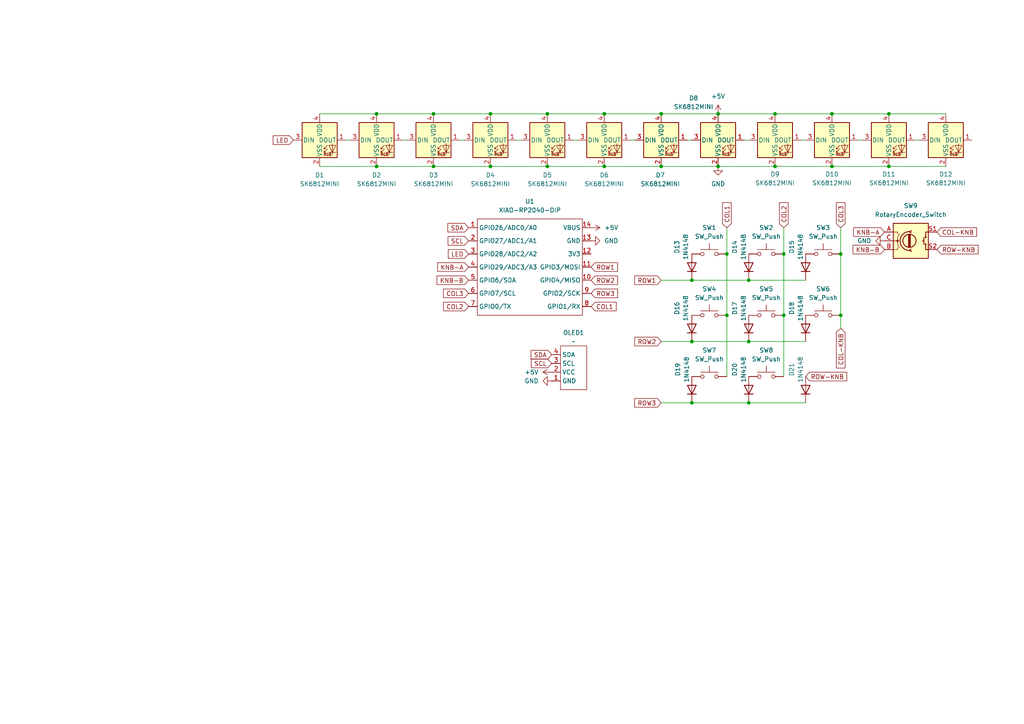
<source format=kicad_sch>
(kicad_sch (version 20250114) (generator "eeschema") (generator_version "9.0")
  (paper "A4")
  (lib_symbols
    (symbol "Device:RotaryEncoder_Switch" (pin_names (offset 0.254) (hide yes))
      (property "Reference" "SW" (at 0 6.604 0))
      (property "Value" "RotaryEncoder_Switch" (at 0 -6.604 0))
      (symbol "RotaryEncoder_Switch_0_1"
        (rectangle (start -5.08 5.08) (end 5.08 -5.08) (stroke (width 0.254)) (fill (type background)))
        (polyline (pts (xy -5.08 2.54) (xy -3.81 2.54) (xy -3.81 2.032)))
        (polyline (pts (xy -5.08 0) (xy -3.81 0) (xy -3.81 -1.016) (xy -3.302 -2.032)))
        (polyline (pts (xy -5.08 -2.54) (xy -3.81 -2.54) (xy -3.81 -2.032)))
        (polyline (pts (xy -4.318 0) (xy -3.81 0) (xy -3.81 1.016) (xy -3.302 2.032)))
        (circle (center -3.81 0) (radius 0.254) (fill (type outline)))
        (polyline (pts (xy -0.635 -1.778) (xy -0.635 1.778)) (stroke (width 0.254)))
        (circle (center -0.381 0) (radius 1.905) (stroke (width 0.254)))
        (polyline (pts (xy -0.381 -1.778) (xy -0.381 1.778)) (stroke (width 0.254)))
        (arc (start -0.381 -2.794) (mid -3.0988 -0.0635) (end -0.381 2.667) (stroke (width 0.254)))
        (polyline (pts (xy -0.127 1.778) (xy -0.127 -1.778)) (stroke (width 0.254)))
        (polyline (pts (xy 0.254 2.921) (xy -0.508 2.667) (xy 0.127 2.286)) (stroke (width 0.254)))
        (polyline (pts (xy 0.254 -3.048) (xy -0.508 -2.794) (xy 0.127 -2.413)) (stroke (width 0.254)))
        (polyline (pts (xy 3.81 1.016) (xy 3.81 -1.016)) (stroke (width 0.254)))
        (polyline (pts (xy 3.81 0) (xy 3.429 0)) (stroke (width 0.254)))
        (circle (center 4.318 1.016) (radius 0.127) (stroke (width 0.254)))
        (circle (center 4.318 -1.016) (radius 0.127) (stroke (width 0.254)))
        (polyline (pts (xy 5.08 2.54) (xy 4.318 2.54) (xy 4.318 1.016)) (stroke (width 0.254)))
        (polyline (pts (xy 5.08 -2.54) (xy 4.318 -2.54) (xy 4.318 -1.016)) (stroke (width 0.254)))
      )
      (symbol "RotaryEncoder_Switch_1_1"
        (pin passive line (at -7.62 2.54 0) (length 2.54) (name "A") (number "A"))
        (pin passive line (at -7.62 0 0) (length 2.54) (name "C") (number "C"))
        (pin passive line (at -7.62 -2.54 0) (length 2.54) (name "B") (number "B"))
        (pin passive line (at 7.62 2.54 180) (length 2.54) (name "S1") (number "S1"))
        (pin passive line (at 7.62 -2.54 180) (length 2.54) (name "S2") (number "S2"))
      )
    )
    (symbol "Diode:1N4148" (pin_numbers (hide yes)) (pin_names (hide yes))
      (property "Reference" "D" (at 0 2.54 0))
      (property "Value" "1N4148" (at 0 -2.54 0))
      (symbol "1N4148_0_1"
        (polyline (pts (xy -1.27 1.27) (xy -1.27 -1.27)) (stroke (width 0.254)))
        (polyline (pts (xy 1.27 1.27) (xy 1.27 -1.27) (xy -1.27 0) (xy 1.27 1.27)) (stroke (width 0.254)))
        (polyline (pts (xy 1.27 0) (xy -1.27 0)))
      )
      (symbol "1N4148_1_1"
        (pin passive line (at -3.81 0 0) (length 2.54) (name "K") (number "1"))
        (pin passive line (at 3.81 0 180) (length 2.54) (name "A") (number "2"))
      )
    )
    (symbol "LED:SK6812MINI" (pin_names (offset 0.254))
      (property "Reference" "D" (at 5.08 5.715 0))
      (property "Value" "SK6812MINI" (at 1.27 -5.715 0))
      (symbol "SK6812MINI_0_0"
        (text "RGB" (at 2.286 -4.191 0) (effects (font (size 0.762 0.762))))
      )
      (symbol "SK6812MINI_0_1"
        (polyline (pts (xy 1.27 -2.54) (xy 1.778 -2.54)))
        (polyline (pts (xy 1.27 -3.556) (xy 1.778 -3.556)))
        (polyline (pts (xy 2.286 -1.524) (xy 1.27 -2.54) (xy 1.27 -2.032)))
        (polyline (pts (xy 2.286 -2.54) (xy 1.27 -3.556) (xy 1.27 -3.048)))
        (polyline (pts (xy 3.683 -1.016) (xy 3.683 -3.556) (xy 3.683 -4.064)))
        (polyline (pts (xy 4.699 -1.524) (xy 2.667 -1.524) (xy 3.683 -3.556) (xy 4.699 -1.524)))
        (polyline (pts (xy 4.699 -3.556) (xy 2.667 -3.556)))
        (rectangle (start 5.08 5.08) (end -5.08 -5.08) (stroke (width 0.254)) (fill (type background)))
      )
      (symbol "SK6812MINI_1_1"
        (pin input line (at -7.62 0 0) (length 2.54) (name "DIN") (number "3"))
        (pin power_in line (at 0 7.62 270) (length 2.54) (name "VDD") (number "4"))
        (pin power_in line (at 0 -7.62 90) (length 2.54) (name "VSS") (number "2"))
        (pin output line (at 7.62 0 180) (length 2.54) (name "DOUT") (number "1"))
      )
    )
    (symbol "ProLib_pcs_2025-06-21:HS91L02W2C01"
      (property "Reference" "OLED" (at 0 0 0))
      (symbol "HS91L02W2C01_1_0"
        (rectangle (start -5.08 -6.35) (end 2.54 6.35))
        (pin input line (at 5.08 3.81 180) (length 2.54) (name "SDA") (number "4"))
        (pin input line (at 5.08 1.27 180) (length 2.54) (name "SCL") (number "3"))
        (pin input line (at 5.08 -1.27 180) (length 2.54) (name "VCC") (number "2"))
        (pin input line (at 5.08 -3.81 180) (length 2.54) (name "GND") (number "1"))
      )
    )
    (symbol "Seeed_Studio_XIAO_Series:XIAO-RP2040-DIP"
      (property "Reference" "U" (at 0 0 0))
      (property "Value" "XIAO-RP2040-DIP" (at 5.334 -1.778 0))
      (symbol "XIAO-RP2040-DIP_1_0"
        (polyline (pts (xy -1.27 -2.54) (xy 29.21 -2.54)) (stroke (width 0.1524)))
        (polyline (pts (xy -1.27 -5.08) (xy -2.54 -5.08)) (stroke (width 0.1524)))
        (polyline (pts (xy -1.27 -5.08) (xy -1.27 -2.54)) (stroke (width 0.1524)))
        (polyline (pts (xy -1.27 -8.89) (xy -2.54 -8.89)) (stroke (width 0.1524)))
        (polyline (pts (xy -1.27 -8.89) (xy -1.27 -5.08)) (stroke (width 0.1524)))
        (polyline (pts (xy -1.27 -12.7) (xy -2.54 -12.7)) (stroke (width 0.1524)))
        (polyline (pts (xy -1.27 -12.7) (xy -1.27 -8.89)) (stroke (width 0.1524)))
        (polyline (pts (xy -1.27 -16.51) (xy -2.54 -16.51)) (stroke (width 0.1524)))
        (polyline (pts (xy -1.27 -16.51) (xy -1.27 -12.7)) (stroke (width 0.1524)))
        (polyline (pts (xy -1.27 -20.32) (xy -2.54 -20.32)) (stroke (width 0.1524)))
        (polyline (pts (xy -1.27 -24.13) (xy -2.54 -24.13)) (stroke (width 0.1524)))
        (polyline (pts (xy -1.27 -27.94) (xy -2.54 -27.94)) (stroke (width 0.1524)))
        (polyline (pts (xy -1.27 -30.48) (xy -1.27 -16.51)) (stroke (width 0.1524)))
        (polyline (pts (xy 29.21 -2.54) (xy 29.21 -5.08)) (stroke (width 0.1524)))
        (polyline (pts (xy 29.21 -5.08) (xy 29.21 -8.89)) (stroke (width 0.1524)))
        (polyline (pts (xy 29.21 -8.89) (xy 29.21 -12.7)) (stroke (width 0.1524)))
        (polyline (pts (xy 29.21 -12.7) (xy 29.21 -30.48)) (stroke (width 0.1524)))
        (polyline (pts (xy 29.21 -30.48) (xy -1.27 -30.48)) (stroke (width 0.1524)))
        (polyline (pts (xy 30.48 -5.08) (xy 29.21 -5.08)) (stroke (width 0.1524)))
        (polyline (pts (xy 30.48 -8.89) (xy 29.21 -8.89)) (stroke (width 0.1524)))
        (polyline (pts (xy 30.48 -12.7) (xy 29.21 -12.7)) (stroke (width 0.1524)))
        (polyline (pts (xy 30.48 -16.51) (xy 29.21 -16.51)) (stroke (width 0.1524)))
        (polyline (pts (xy 30.48 -20.32) (xy 29.21 -20.32)) (stroke (width 0.1524)))
        (polyline (pts (xy 30.48 -24.13) (xy 29.21 -24.13)) (stroke (width 0.1524)))
        (polyline (pts (xy 30.48 -27.94) (xy 29.21 -27.94)) (stroke (width 0.1524)))
        (pin passive line (at -3.81 -5.08 0) (length 2.54) (name "GPIO26/ADC0/A0") (number "1"))
        (pin passive line (at -3.81 -8.89 0) (length 2.54) (name "GPIO27/ADC1/A1") (number "2"))
        (pin passive line (at -3.81 -12.7 0) (length 2.54) (name "GPIO28/ADC2/A2") (number "3"))
        (pin passive line (at -3.81 -16.51 0) (length 2.54) (name "GPIO29/ADC3/A3") (number "4"))
        (pin passive line (at -3.81 -20.32 0) (length 2.54) (name "GPIO6/SDA") (number "5"))
        (pin passive line (at -3.81 -24.13 0) (length 2.54) (name "GPIO7/SCL") (number "6"))
        (pin passive line (at -3.81 -27.94 0) (length 2.54) (name "GPIO0/TX") (number "7"))
        (pin passive line (at 31.75 -5.08 180) (length 2.54) (name "VBUS") (number "14"))
        (pin passive line (at 31.75 -8.89 180) (length 2.54) (name "GND") (number "13"))
        (pin passive line (at 31.75 -12.7 180) (length 2.54) (name "3V3") (number "12"))
        (pin passive line (at 31.75 -16.51 180) (length 2.54) (name "GPIO3/MOSI") (number "11"))
        (pin passive line (at 31.75 -20.32 180) (length 2.54) (name "GPIO4/MISO") (number "10"))
        (pin passive line (at 31.75 -24.13 180) (length 2.54) (name "GPIO2/SCK") (number "9"))
        (pin passive line (at 31.75 -27.94 180) (length 2.54) (name "GPIO1/RX") (number "8"))
      )
    )
    (symbol "Switch:SW_Push" (pin_numbers (hide yes)) (pin_names (offset 1.016) (hide yes))
      (property "Reference" "SW" (at 1.27 2.54 0))
      (property "Value" "SW_Push" (at 0 -1.524 0))
      (symbol "SW_Push_0_1"
        (circle (center -2.032 0) (radius 0.508))
        (polyline (pts (xy 0 1.27) (xy 0 3.048)))
        (circle (center 2.032 0) (radius 0.508))
        (polyline (pts (xy 2.54 1.27) (xy -2.54 1.27)))
        (pin passive line (at -5.08 0 0) (length 2.54) (name "1") (number "1"))
        (pin passive line (at 5.08 0 180) (length 2.54) (name "2") (number "2"))
      )
    )
    (symbol "power:+5V" (power) (pin_numbers (hide yes)) (pin_names (offset 0) (hide yes))
      (property "Value" "+5V" (at 0 3.556 0))
      (symbol "+5V_0_1"
        (polyline (pts (xy -0.762 1.27) (xy 0 2.54)))
        (polyline (pts (xy 0 2.54) (xy 0.762 1.27)))
        (polyline (pts (xy 0 0) (xy 0 2.54)))
      )
      (symbol "+5V_1_1"
        (pin power_in line (at 0 0 90) (length 0) (name "~") (number "1"))
      )
    )
    (symbol "power:GND" (power) (pin_numbers (hide yes)) (pin_names (offset 0) (hide yes))
      (property "Value" "GND" (at 0 -3.81 0))
      (symbol "GND_0_1"
        (polyline (pts (xy 0 0) (xy 0 -1.27) (xy 1.27 -1.27) (xy 0 -2.54) (xy -1.27 -1.27) (xy 0 -1.27)))
      )
      (symbol "GND_1_1"
        (pin power_in line (at 0 0 270) (length 0) (name "~") (number "1"))
      )
    )
  )
  (junction (at 224.79 48.26))
  (junction (at 227.33 91.44))
  (junction (at 217.17 116.84))
  (junction (at 125.73 48.26))
  (junction (at 208.28 33.02))
  (junction (at 224.79 33.02))
  (junction (at 210.82 91.44))
  (junction (at 227.33 73.66))
  (junction (at 125.73 33.02))
  (junction (at 175.26 48.26))
  (junction (at 217.17 81.28))
  (junction (at 243.84 91.44))
  (junction (at 158.75 48.26))
  (junction (at 257.81 33.02))
  (junction (at 109.22 33.02))
  (junction (at 243.84 73.66))
  (junction (at 200.66 81.28))
  (junction (at 241.3 33.02))
  (junction (at 175.26 33.02))
  (junction (at 210.82 73.66))
  (junction (at 191.77 48.26))
  (junction (at 109.22 48.26))
  (junction (at 200.66 116.84))
  (junction (at 208.28 48.26))
  (junction (at 158.75 33.02))
  (junction (at 241.3 48.26))
  (junction (at 200.66 99.06))
  (junction (at 257.81 48.26))
  (junction (at 142.24 48.26))
  (junction (at 142.24 33.02))
  (junction (at 191.77 33.02))
  (junction (at 217.17 99.06))
  (wire (pts (xy 109.22 33.02) (xy 125.73 33.02)))
  (wire (pts (xy 158.75 48.26) (xy 175.26 48.26)))
  (wire (pts (xy 210.82 73.66) (xy 210.82 91.44)))
  (wire (pts (xy 224.79 48.26) (xy 241.3 48.26)))
  (wire (pts (xy 257.81 33.02) (xy 274.32 33.02)))
  (wire (pts (xy 142.24 33.02) (xy 158.75 33.02)))
  (wire (pts (xy 200.66 116.84) (xy 217.17 116.84)))
  (wire (pts (xy 142.24 48.26) (xy 158.75 48.26)))
  (wire (pts (xy 232.41 40.64) (xy 233.68 40.64)))
  (wire (pts (xy 133.35 40.64) (xy 134.62 40.64)))
  (wire (pts (xy 241.3 48.26) (xy 257.81 48.26)))
  (wire (pts (xy 217.17 81.28) (xy 233.68 81.28)))
  (wire (pts (xy 191.77 81.28) (xy 200.66 81.28)))
  (wire (pts (xy 248.92 40.64) (xy 250.19 40.64)))
  (wire (pts (xy 125.73 48.26) (xy 142.24 48.26)))
  (wire (pts (xy 208.28 33.02) (xy 224.79 33.02)))
  (wire (pts (xy 215.9 40.64) (xy 217.17 40.64)))
  (wire (pts (xy 208.28 48.26) (xy 224.79 48.26)))
  (wire (pts (xy 191.77 33.02) (xy 208.28 33.02)))
  (wire (pts (xy 217.17 99.06) (xy 233.68 99.06)))
  (wire (pts (xy 199.39 40.64) (xy 200.66 40.64)))
  (wire (pts (xy 92.71 48.26) (xy 109.22 48.26)))
  (wire (pts (xy 243.84 91.44) (xy 243.84 95.25)))
  (wire (pts (xy 166.37 40.64) (xy 167.64 40.64)))
  (wire (pts (xy 224.79 33.02) (xy 241.3 33.02)))
  (wire (pts (xy 158.75 33.02) (xy 175.26 33.02)))
  (wire (pts (xy 243.84 66.04) (xy 243.84 73.66)))
  (wire (pts (xy 210.82 66.04) (xy 210.82 73.66)))
  (wire (pts (xy 227.33 66.04) (xy 227.33 73.66)))
  (wire (pts (xy 109.22 48.26) (xy 125.73 48.26)))
  (wire (pts (xy 200.66 81.28) (xy 217.17 81.28)))
  (wire (pts (xy 191.77 48.26) (xy 208.28 48.26)))
  (wire (pts (xy 100.33 40.64) (xy 101.6 40.64)))
  (wire (pts (xy 149.86 40.64) (xy 151.13 40.64)))
  (wire (pts (xy 241.3 33.02) (xy 257.81 33.02)))
  (wire (pts (xy 227.33 91.44) (xy 227.33 109.22)))
  (wire (pts (xy 92.71 33.02) (xy 109.22 33.02)))
  (wire (pts (xy 217.17 116.84) (xy 233.68 116.84)))
  (wire (pts (xy 257.81 48.26) (xy 274.32 48.26)))
  (wire (pts (xy 200.66 99.06) (xy 217.17 99.06)))
  (wire (pts (xy 182.88 40.64) (xy 184.15 40.64)))
  (wire (pts (xy 227.33 73.66) (xy 227.33 91.44)))
  (wire (pts (xy 116.84 40.64) (xy 118.11 40.64)))
  (wire (pts (xy 125.73 33.02) (xy 142.24 33.02)))
  (wire (pts (xy 175.26 48.26) (xy 191.77 48.26)))
  (wire (pts (xy 243.84 73.66) (xy 243.84 91.44)))
  (wire (pts (xy 191.77 116.84) (xy 200.66 116.84)))
  (wire (pts (xy 265.43 40.64) (xy 266.7 40.64)))
  (wire (pts (xy 175.26 33.02) (xy 191.77 33.02)))
  (wire (pts (xy 191.77 99.06) (xy 200.66 99.06)))
  (wire (pts (xy 210.82 91.44) (xy 210.82 109.22)))
  (global_label "ROW2" (shape input) (at 171.45 81.28 0) (property "Intersheetrefs" "${INTERSHEET_REFS}" (effects (hide yes))))
  (global_label "ROW-KNB" (shape input) (at 271.78 72.39 0) (property "Intersheetrefs" "${INTERSHEET_REFS}" (effects (hide yes))))
  (global_label "SDA" (shape input) (at 135.89 66.04 180) (property "Intersheetrefs" "${INTERSHEET_REFS}" (effects (hide yes))))
  (global_label "COL2" (shape input) (at 227.33 66.04 90) (property "Intersheetrefs" "${INTERSHEET_REFS}" (effects (hide yes))))
  (global_label "COL-KNB" (shape input) (at 271.78 67.31 0) (property "Intersheetrefs" "${INTERSHEET_REFS}" (effects (hide yes))))
  (global_label "LED" (shape input) (at 85.09 40.64 180) (property "Intersheetrefs" "${INTERSHEET_REFS}" (effects (hide yes))))
  (global_label "COL3" (shape input) (at 135.89 85.09 180) (property "Intersheetrefs" "${INTERSHEET_REFS}" (effects (hide yes))))
  (global_label "ROW-KNB" (shape input) (at 233.68 109.22 0) (property "Intersheetrefs" "${INTERSHEET_REFS}" (effects (hide yes))))
  (global_label "COL-KNB" (shape input) (at 243.84 95.25 270) (property "Intersheetrefs" "${INTERSHEET_REFS}" (effects (hide yes))))
  (global_label "LED" (shape input) (at 135.89 73.66 180) (property "Intersheetrefs" "${INTERSHEET_REFS}" (effects (hide yes))))
  (global_label "COL1" (shape input) (at 210.82 66.04 90) (property "Intersheetrefs" "${INTERSHEET_REFS}" (effects (hide yes))))
  (global_label "ROW3" (shape input) (at 171.45 85.09 0) (property "Intersheetrefs" "${INTERSHEET_REFS}" (effects (hide yes))))
  (global_label "ROW1" (shape input) (at 191.77 81.28 180) (property "Intersheetrefs" "${INTERSHEET_REFS}" (effects (hide yes))))
  (global_label "ROW3" (shape input) (at 191.77 116.84 180) (property "Intersheetrefs" "${INTERSHEET_REFS}" (effects (hide yes))))
  (global_label "KNB-B" (shape input) (at 256.54 72.39 180) (property "Intersheetrefs" "${INTERSHEET_REFS}" (effects (hide yes))))
  (global_label "SDA" (shape input) (at 160.02 102.87 180) (property "Intersheetrefs" "${INTERSHEET_REFS}" (effects (hide yes))))
  (global_label "SCL" (shape input) (at 135.89 69.85 180) (property "Intersheetrefs" "${INTERSHEET_REFS}" (effects (hide yes))))
  (global_label "ROW1" (shape input) (at 171.45 77.47 0) (property "Intersheetrefs" "${INTERSHEET_REFS}" (effects (hide yes))))
  (global_label "COL3" (shape input) (at 243.84 66.04 90) (property "Intersheetrefs" "${INTERSHEET_REFS}" (effects (hide yes))))
  (global_label "ROW2" (shape input) (at 191.77 99.06 180) (property "Intersheetrefs" "${INTERSHEET_REFS}" (effects (hide yes))))
  (global_label "KNB-A" (shape input) (at 256.54 67.31 180) (property "Intersheetrefs" "${INTERSHEET_REFS}" (effects (hide yes))))
  (global_label "SCL" (shape input) (at 160.02 105.41 180) (property "Intersheetrefs" "${INTERSHEET_REFS}" (effects (hide yes))))
  (global_label "COL1" (shape input) (at 171.45 88.9 0) (property "Intersheetrefs" "${INTERSHEET_REFS}" (effects (hide yes))))
  (global_label "COL2" (shape input) (at 135.89 88.9 180) (property "Intersheetrefs" "${INTERSHEET_REFS}" (effects (hide yes))))
  (global_label "KNB-A" (shape input) (at 135.89 77.47 180) (property "Intersheetrefs" "${INTERSHEET_REFS}" (effects (hide yes))))
  (global_label "KNB-B" (shape input) (at 135.89 81.28 180) (property "Intersheetrefs" "${INTERSHEET_REFS}" (effects (hide yes))))
  (symbol (lib_id "LED:SK6812MINI") (at 224.79 40.64 0) (unit 1)
    (property "Reference" "D9" (at 224.79 50.546 0))
    (property "Value" "SK6812MINI" (at 224.79 53.086 0))
    (property "Footprint" "LED_SMD:LED_SK6812MINI_PLCC4_3.5x3.5mm_P1.75mm" (effects (hide yes)))
    (property "Datasheet" "https://cdn-shop.adafruit.com/product-files/2686/SK6812MINI_REV.01-1-2.pdf" (effects (hide yes)))
    (property "Description" "RGB LED with integrated controller" (effects (hide yes)))
  )
  (symbol (lib_id "power:GND") (at 171.45 69.85 90) (unit 1)
    (property "Reference" "#PWR01" (effects (hide yes)))
    (property "Value" "GND" (at 175.26 69.8499 90) (effects (justify right)))
    (property "Description" "Power symbol creates a global label with name \"GND\" , ground" (effects (hide yes)))
  )
  (symbol (lib_id "LED:SK6812MINI") (at 92.71 40.64 0) (unit 1)
    (property "Reference" "D1" (at 92.71 50.8 0))
    (property "Value" "SK6812MINI" (at 92.71 53.34 0))
    (property "Footprint" "LED_SMD:LED_SK6812MINI_PLCC4_3.5x3.5mm_P1.75mm" (effects (hide yes)))
    (property "Datasheet" "https://cdn-shop.adafruit.com/product-files/2686/SK6812MINI_REV.01-1-2.pdf" (effects (hide yes)))
    (property "Description" "RGB LED with integrated controller" (effects (hide yes)))
  )
  (symbol (lib_id "Diode:1N4148") (at 233.68 77.47 90) (unit 1)
    (property "Reference" "D15" (at 229.616 71.628 0))
    (property "Value" "1N4148" (at 232.156 71.628 0))
    (property "Footprint" "Diode_THT:D_DO-35_SOD27_P7.62mm_Horizontal" (effects (hide yes)))
    (property "Datasheet" "https://assets.nexperia.com/documents/data-sheet/1N4148_1N4448.pdf" (effects (hide yes)))
    (property "Description" "100V 0.15A standard switching diode, DO-35" (effects (hide yes)))
    (property "Sim.Device" "D" (effects (hide yes)))
    (property "Sim.Pins" "1=K 2=A" (effects (hide yes)))
  )
  (symbol (lib_id "Switch:SW_Push") (at 222.25 73.66 0) (unit 1)
    (property "Reference" "SW2" (at 222.25 66.04 0))
    (property "Value" "SW_Push" (at 222.25 68.58 0))
    (property "Footprint" "Button_Switch_Keyboard:SW_Cherry_MX_1.00u_PCB" (effects (hide yes)))
    (property "Description" "Push button switch, generic, two pins" (effects (hide yes)))
  )
  (symbol (lib_id "ProLib_pcs_2025-06-21:HS91L02W2C01") (at 165.1 106.68 0) (mirror y) (unit 1)
    (property "Reference" "OLED1" (at 166.37 96.52 0))
    (property "Value" "~" (at 166.37 99.06 0))
    (property "Footprint" "Connector_PinHeader_2.54mm:PinHeader_1x04_P2.54mm_Vertical" (effects (hide yes)))
    (property "Datasheet" "https://atta.szlcsc.com/upload/public/pdf/source/20230727/C3E43C8E3DDA847F5681FEE7D95C153D.pdf" (effects (hide yes)))
    (property "Description" "Main Control Chip:SSD1306 Interface Type:I2C Size:0.91 Pixel Resolution:128x32 Operating Temperature:-40°C~+70°C Operating Temperature:-40°C~+70°C" (effects (hide yes)))
    (property "Manufacturer Part" "HS91L02W2C01" (effects (hide yes)))
    (property "Manufacturer" "HS(汉昇)" (effects (hide yes)))
    (property "Supplier Part" "C5248081" (effects (hide yes)))
    (property "Supplier" "LCSC" (effects (hide yes)))
    (property "LCSC Part Name" "0.91寸OLED显示屏白光IIC" (effects (hide yes)))
  )
  (symbol (lib_id "LED:SK6812MINI") (at 158.75 40.64 0) (unit 1)
    (property "Reference" "D5" (at 158.75 50.8 0))
    (property "Value" "SK6812MINI" (at 158.75 53.34 0))
    (property "Footprint" "LED_SMD:LED_SK6812MINI_PLCC4_3.5x3.5mm_P1.75mm" (effects (hide yes)))
    (property "Datasheet" "https://cdn-shop.adafruit.com/product-files/2686/SK6812MINI_REV.01-1-2.pdf" (effects (hide yes)))
    (property "Description" "RGB LED with integrated controller" (effects (hide yes)))
  )
  (symbol (lib_id "LED:SK6812MINI") (at 208.28 40.64 0) (unit 1)
    (property "Reference" "D8" (at 201.168 28.448 0))
    (property "Value" "SK6812MINI" (at 201.168 30.988 0))
    (property "Footprint" "LED_SMD:LED_SK6812MINI_PLCC4_3.5x3.5mm_P1.75mm" (effects (hide yes)))
    (property "Datasheet" "https://cdn-shop.adafruit.com/product-files/2686/SK6812MINI_REV.01-1-2.pdf" (effects (hide yes)))
    (property "Description" "RGB LED with integrated controller" (effects (hide yes)))
  )
  (symbol (lib_id "Switch:SW_Push") (at 238.76 73.66 0) (unit 1)
    (property "Reference" "SW3" (at 238.76 66.04 0))
    (property "Value" "SW_Push" (at 238.76 68.58 0))
    (property "Footprint" "Button_Switch_Keyboard:SW_Cherry_MX_1.00u_PCB" (effects (hide yes)))
    (property "Description" "Push button switch, generic, two pins" (effects (hide yes)))
  )
  (symbol (lib_id "Diode:1N4148") (at 200.66 77.47 90) (unit 1)
    (property "Reference" "D13" (at 196.342 71.628 0))
    (property "Value" "1N4148" (at 198.882 71.628 0))
    (property "Footprint" "Diode_THT:D_DO-35_SOD27_P7.62mm_Horizontal" (effects (hide yes)))
    (property "Datasheet" "https://assets.nexperia.com/documents/data-sheet/1N4148_1N4448.pdf" (effects (hide yes)))
    (property "Description" "100V 0.15A standard switching diode, DO-35" (effects (hide yes)))
    (property "Sim.Device" "D" (effects (hide yes)))
    (property "Sim.Pins" "1=K 2=A" (effects (hide yes)))
  )
  (symbol (lib_id "Diode:1N4148") (at 217.17 95.25 90) (unit 1)
    (property "Reference" "D17" (at 213.106 89.408 0))
    (property "Value" "1N4148" (at 215.646 89.408 0))
    (property "Footprint" "Diode_THT:D_DO-35_SOD27_P7.62mm_Horizontal" (effects (hide yes)))
    (property "Datasheet" "https://assets.nexperia.com/documents/data-sheet/1N4148_1N4448.pdf" (effects (hide yes)))
    (property "Description" "100V 0.15A standard switching diode, DO-35" (effects (hide yes)))
    (property "Sim.Device" "D" (effects (hide yes)))
    (property "Sim.Pins" "1=K 2=A" (effects (hide yes)))
  )
  (symbol (lib_id "Diode:1N4148") (at 200.66 95.25 90) (unit 1)
    (property "Reference" "D16" (at 196.342 89.408 0))
    (property "Value" "1N4148" (at 198.882 89.408 0))
    (property "Footprint" "Diode_THT:D_DO-35_SOD27_P7.62mm_Horizontal" (effects (hide yes)))
    (property "Datasheet" "https://assets.nexperia.com/documents/data-sheet/1N4148_1N4448.pdf" (effects (hide yes)))
    (property "Description" "100V 0.15A standard switching diode, DO-35" (effects (hide yes)))
    (property "Sim.Device" "D" (effects (hide yes)))
    (property "Sim.Pins" "1=K 2=A" (effects (hide yes)))
  )
  (symbol (lib_id "LED:SK6812MINI") (at 175.26 40.64 0) (unit 1)
    (property "Reference" "D6" (at 175.26 50.8 0))
    (property "Value" "SK6812MINI" (at 175.26 53.34 0))
    (property "Footprint" "LED_SMD:LED_SK6812MINI_PLCC4_3.5x3.5mm_P1.75mm" (effects (hide yes)))
    (property "Datasheet" "https://cdn-shop.adafruit.com/product-files/2686/SK6812MINI_REV.01-1-2.pdf" (effects (hide yes)))
    (property "Description" "RGB LED with integrated controller" (effects (hide yes)))
  )
  (symbol (lib_id "Diode:1N4148") (at 200.66 113.03 90) (unit 1)
    (property "Reference" "D19" (at 196.596 107.188 0))
    (property "Value" "1N4148" (at 199.136 107.188 0))
    (property "Footprint" "Diode_THT:D_DO-35_SOD27_P7.62mm_Horizontal" (effects (hide yes)))
    (property "Datasheet" "https://assets.nexperia.com/documents/data-sheet/1N4148_1N4448.pdf" (effects (hide yes)))
    (property "Description" "100V 0.15A standard switching diode, DO-35" (effects (hide yes)))
    (property "Sim.Device" "D" (effects (hide yes)))
    (property "Sim.Pins" "1=K 2=A" (effects (hide yes)))
  )
  (symbol (lib_id "Switch:SW_Push") (at 205.74 73.66 0) (unit 1)
    (property "Reference" "SW1" (at 205.74 66.04 0))
    (property "Value" "SW_Push" (at 205.74 68.58 0))
    (property "Footprint" "Button_Switch_Keyboard:SW_Cherry_MX_1.00u_PCB" (effects (hide yes)))
    (property "Description" "Push button switch, generic, two pins" (effects (hide yes)))
  )
  (symbol (lib_id "Switch:SW_Push") (at 222.25 109.22 0) (unit 1)
    (property "Reference" "SW8" (at 222.25 101.6 0))
    (property "Value" "SW_Push" (at 222.25 104.14 0))
    (property "Footprint" "Button_Switch_Keyboard:SW_Cherry_MX_1.00u_PCB" (effects (hide yes)))
    (property "Description" "Push button switch, generic, two pins" (effects (hide yes)))
  )
  (symbol (lib_id "LED:SK6812MINI") (at 109.22 40.64 0) (unit 1)
    (property "Reference" "D2" (at 109.22 50.8 0))
    (property "Value" "SK6812MINI" (at 109.22 53.34 0))
    (property "Footprint" "LED_SMD:LED_SK6812MINI_PLCC4_3.5x3.5mm_P1.75mm" (effects (hide yes)))
    (property "Datasheet" "https://cdn-shop.adafruit.com/product-files/2686/SK6812MINI_REV.01-1-2.pdf" (effects (hide yes)))
    (property "Description" "RGB LED with integrated controller" (effects (hide yes)))
  )
  (symbol (lib_id "Switch:SW_Push") (at 222.25 91.44 0) (unit 1)
    (property "Reference" "SW5" (at 222.25 83.82 0))
    (property "Value" "SW_Push" (at 222.25 86.36 0))
    (property "Footprint" "Button_Switch_Keyboard:SW_Cherry_MX_1.00u_PCB" (effects (hide yes)))
    (property "Description" "Push button switch, generic, two pins" (effects (hide yes)))
  )
  (symbol (lib_id "LED:SK6812MINI") (at 274.32 40.64 0) (unit 1)
    (property "Reference" "D12" (at 274.32 50.546 0))
    (property "Value" "SK6812MINI" (at 274.32 53.086 0))
    (property "Footprint" "LED_SMD:LED_SK6812MINI_PLCC4_3.5x3.5mm_P1.75mm" (effects (hide yes)))
    (property "Datasheet" "https://cdn-shop.adafruit.com/product-files/2686/SK6812MINI_REV.01-1-2.pdf" (effects (hide yes)))
    (property "Description" "RGB LED with integrated controller" (effects (hide yes)))
  )
  (symbol (lib_id "Diode:1N4148") (at 233.68 95.25 90) (unit 1)
    (property "Reference" "D18" (at 229.616 89.408 0))
    (property "Value" "1N4148" (at 232.156 89.408 0))
    (property "Footprint" "Diode_THT:D_DO-35_SOD27_P7.62mm_Horizontal" (effects (hide yes)))
    (property "Datasheet" "https://assets.nexperia.com/documents/data-sheet/1N4148_1N4448.pdf" (effects (hide yes)))
    (property "Description" "100V 0.15A standard switching diode, DO-35" (effects (hide yes)))
    (property "Sim.Device" "D" (effects (hide yes)))
    (property "Sim.Pins" "1=K 2=A" (effects (hide yes)))
  )
  (symbol (lib_id "LED:SK6812MINI") (at 241.3 40.64 0) (unit 1)
    (property "Reference" "D10" (at 241.3 50.546 0))
    (property "Value" "SK6812MINI" (at 241.3 53.086 0))
    (property "Footprint" "LED_SMD:LED_SK6812MINI_PLCC4_3.5x3.5mm_P1.75mm" (effects (hide yes)))
    (property "Datasheet" "https://cdn-shop.adafruit.com/product-files/2686/SK6812MINI_REV.01-1-2.pdf" (effects (hide yes)))
    (property "Description" "RGB LED with integrated controller" (effects (hide yes)))
  )
  (symbol (lib_id "Switch:SW_Push") (at 205.74 91.44 0) (unit 1)
    (property "Reference" "SW4" (at 205.74 83.82 0))
    (property "Value" "SW_Push" (at 205.74 86.36 0))
    (property "Footprint" "Button_Switch_Keyboard:SW_Cherry_MX_1.00u_PCB" (effects (hide yes)))
    (property "Description" "Push button switch, generic, two pins" (effects (hide yes)))
  )
  (symbol (lib_id "power:+5V") (at 160.02 107.95 90) (unit 1)
    (property "Reference" "#PWR07" (effects (hide yes)))
    (property "Value" "+5V" (at 156.21 107.9499 90) (effects (justify left)))
    (property "Description" "Power symbol creates a global label with name \"+5V\"" (effects (hide yes)))
  )
  (symbol (lib_id "Seeed_Studio_XIAO_Series:XIAO-RP2040-DIP") (at 139.7 60.96 0) (unit 1)
    (property "Reference" "U1" (at 153.67 58.42 0))
    (property "Value" "XIAO-RP2040-DIP" (at 153.67 60.96 0))
    (property "Footprint" "Seeed Studio XIAO Series Library:XIAO-RP2040-DIP" (effects (hide yes)))
  )
  (symbol (lib_id "Device:RotaryEncoder_Switch") (at 264.16 69.85 0) (unit 1)
    (property "Reference" "SW9" (at 264.16 59.69 0))
    (property "Value" "RotaryEncoder_Switch" (at 264.16 62.23 0))
    (property "Footprint" "Rotary_Encoder:RotaryEncoder_Alps_EC11E-Switch_Vertical_H20mm" (effects (hide yes)))
    (property "Description" "Rotary encoder, dual channel, incremental quadrate outputs, with switch" (effects (hide yes)))
  )
  (symbol (lib_id "power:GND") (at 256.54 69.85 270) (unit 1)
    (property "Reference" "#PWR05" (effects (hide yes)))
    (property "Value" "GND" (at 252.73 69.8499 90) (effects (justify right)))
    (property "Description" "Power symbol creates a global label with name \"GND\" , ground" (effects (hide yes)))
  )
  (symbol (lib_id "Diode:1N4148") (at 217.17 113.03 90) (unit 1)
    (property "Reference" "D20" (at 213.106 107.188 0))
    (property "Value" "1N4148" (at 215.646 107.188 0))
    (property "Footprint" "Diode_THT:D_DO-35_SOD27_P7.62mm_Horizontal" (effects (hide yes)))
    (property "Datasheet" "https://assets.nexperia.com/documents/data-sheet/1N4148_1N4448.pdf" (effects (hide yes)))
    (property "Description" "100V 0.15A standard switching diode, DO-35" (effects (hide yes)))
    (property "Sim.Device" "D" (effects (hide yes)))
    (property "Sim.Pins" "1=K 2=A" (effects (hide yes)))
  )
  (symbol (lib_id "LED:SK6812MINI") (at 142.24 40.64 0) (unit 1)
    (property "Reference" "D4" (at 142.24 50.8 0))
    (property "Value" "SK6812MINI" (at 142.24 53.34 0))
    (property "Footprint" "LED_SMD:LED_SK6812MINI_PLCC4_3.5x3.5mm_P1.75mm" (effects (hide yes)))
    (property "Datasheet" "https://cdn-shop.adafruit.com/product-files/2686/SK6812MINI_REV.01-1-2.pdf" (effects (hide yes)))
    (property "Description" "RGB LED with integrated controller" (effects (hide yes)))
  )
  (symbol (lib_id "LED:SK6812MINI") (at 125.73 40.64 0) (unit 1)
    (property "Reference" "D3" (at 125.73 50.8 0))
    (property "Value" "SK6812MINI" (at 125.73 53.34 0))
    (property "Footprint" "LED_SMD:LED_SK6812MINI_PLCC4_3.5x3.5mm_P1.75mm" (effects (hide yes)))
    (property "Datasheet" "https://cdn-shop.adafruit.com/product-files/2686/SK6812MINI_REV.01-1-2.pdf" (effects (hide yes)))
    (property "Description" "RGB LED with integrated controller" (effects (hide yes)))
  )
  (symbol (lib_id "LED:SK6812MINI") (at 191.77 40.64 0) (unit 1)
    (property "Reference" "D7" (at 191.516 50.8 0))
    (property "Value" "SK6812MINI" (at 191.516 53.34 0))
    (property "Footprint" "LED_SMD:LED_SK6812MINI_PLCC4_3.5x3.5mm_P1.75mm" (effects (hide yes)))
    (property "Datasheet" "https://cdn-shop.adafruit.com/product-files/2686/SK6812MINI_REV.01-1-2.pdf" (effects (hide yes)))
    (property "Description" "RGB LED with integrated controller" (effects (hide yes)))
  )
  (symbol (lib_id "power:+5V") (at 208.28 33.02 0) (unit 1)
    (property "Reference" "#PWR03" (effects (hide yes)))
    (property "Value" "+5V" (at 208.28 27.94 0))
    (property "Description" "Power symbol creates a global label with name \"+5V\"" (effects (hide yes)))
  )
  (symbol (lib_id "Diode:1N4148") (at 233.68 113.03 90) (unit 1)
    (property "Reference" "D21" (at 229.616 107.188 0))
    (property "Value" "1N4148" (at 232.156 107.188 0))
    (property "Footprint" "Diode_THT:D_DO-35_SOD27_P7.62mm_Horizontal" (effects (hide yes)))
    (property "Datasheet" "https://assets.nexperia.com/documents/data-sheet/1N4148_1N4448.pdf" (effects (hide yes)))
    (property "Description" "100V 0.15A standard switching diode, DO-35" (effects (hide yes)))
    (property "Sim.Device" "D" (effects (hide yes)))
    (property "Sim.Pins" "1=K 2=A" (effects (hide yes)))
  )
  (symbol (lib_id "power:GND") (at 208.28 48.26 0) (unit 1)
    (property "Reference" "#PWR04" (effects (hide yes)))
    (property "Value" "GND" (at 208.28 53.34 0))
    (property "Description" "Power symbol creates a global label with name \"GND\" , ground" (effects (hide yes)))
  )
  (symbol (lib_id "Switch:SW_Push") (at 238.76 91.44 0) (unit 1)
    (property "Reference" "SW6" (at 238.76 83.82 0))
    (property "Value" "SW_Push" (at 238.76 86.36 0))
    (property "Footprint" "Button_Switch_Keyboard:SW_Cherry_MX_1.00u_PCB" (effects (hide yes)))
    (property "Description" "Push button switch, generic, two pins" (effects (hide yes)))
  )
  (symbol (lib_id "Diode:1N4148") (at 217.17 77.47 90) (unit 1)
    (property "Reference" "D14" (at 213.106 71.628 0))
    (property "Value" "1N4148" (at 215.646 71.628 0))
    (property "Footprint" "Diode_THT:D_DO-35_SOD27_P7.62mm_Horizontal" (effects (hide yes)))
    (property "Datasheet" "https://assets.nexperia.com/documents/data-sheet/1N4148_1N4448.pdf" (effects (hide yes)))
    (property "Description" "100V 0.15A standard switching diode, DO-35" (effects (hide yes)))
    (property "Sim.Device" "D" (effects (hide yes)))
    (property "Sim.Pins" "1=K 2=A" (effects (hide yes)))
  )
  (symbol (lib_id "power:+5V") (at 171.45 66.04 270) (unit 1)
    (property "Reference" "#PWR02" (effects (hide yes)))
    (property "Value" "+5V" (at 175.26 66.0399 90) (effects (justify left)))
    (property "Description" "Power symbol creates a global label with name \"+5V\"" (effects (hide yes)))
  )
  (symbol (lib_id "Switch:SW_Push") (at 205.74 109.22 0) (unit 1)
    (property "Reference" "SW7" (at 205.74 101.6 0))
    (property "Value" "SW_Push" (at 205.74 104.14 0))
    (property "Footprint" "Button_Switch_Keyboard:SW_Cherry_MX_1.00u_PCB" (effects (hide yes)))
    (property "Description" "Push button switch, generic, two pins" (effects (hide yes)))
  )
  (symbol (lib_id "power:GND") (at 160.02 110.49 270) (unit 1)
    (property "Reference" "#PWR08" (effects (hide yes)))
    (property "Value" "GND" (at 156.21 110.4899 90) (effects (justify right)))
    (property "Description" "Power symbol creates a global label with name \"GND\" , ground" (effects (hide yes)))
  )
  (symbol (lib_id "LED:SK6812MINI") (at 257.81 40.64 0) (unit 1)
    (property "Reference" "D11" (at 257.81 50.546 0))
    (property "Value" "SK6812MINI" (at 257.81 53.086 0))
    (property "Footprint" "LED_SMD:LED_SK6812MINI_PLCC4_3.5x3.5mm_P1.75mm" (effects (hide yes)))
    (property "Datasheet" "https://cdn-shop.adafruit.com/product-files/2686/SK6812MINI_REV.01-1-2.pdf" (effects (hide yes)))
    (property "Description" "RGB LED with integrated controller" (effects (hide yes)))
  )
)
</source>
